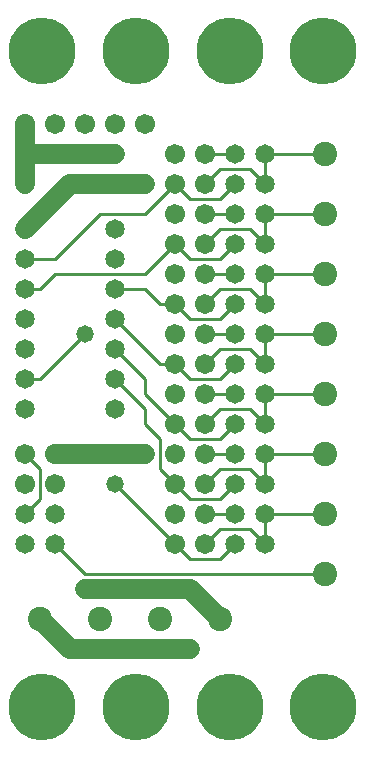
<source format=gbl>
%MOIN*%
%FSLAX25Y25*%
G04 D10 used for Character Trace; *
G04     Circle (OD=.01000) (No hole)*
G04 D11 used for Power Trace; *
G04     Circle (OD=.06700) (No hole)*
G04 D12 used for Signal Trace; *
G04     Circle (OD=.01100) (No hole)*
G04 D13 used for Via; *
G04     Circle (OD=.05800) (Round. Hole ID=.02800)*
G04 D14 used for Component hole; *
G04     Circle (OD=.06500) (Round. Hole ID=.03500)*
G04 D15 used for Component hole; *
G04     Circle (OD=.06700) (Round. Hole ID=.04300)*
G04 D16 used for Component hole; *
G04     Circle (OD=.08100) (Round. Hole ID=.05100)*
G04 D17 used for Component hole; *
G04     Circle (OD=.08900) (Round. Hole ID=.05900)*
G04 D18 used for Component hole; *
G04     Circle (OD=.11300) (Round. Hole ID=.08300)*
G04 D19 used for Component hole; *
G04     Circle (OD=.16000) (Round. Hole ID=.13000)*
G04 D20 used for Component hole; *
G04     Circle (OD=.18300) (Round. Hole ID=.15300)*
G04 D21 used for Component hole; *
G04     Circle (OD=.22291) (Round. Hole ID=.19291)*
%ADD10C,.01000*%
%ADD11C,.06700*%
%ADD12C,.01100*%
%ADD13C,.05800*%
%ADD14C,.06500*%
%ADD15C,.06700*%
%ADD16C,.08100*%
%ADD17C,.08900*%
%ADD18C,.11300*%
%ADD19C,.16000*%
%ADD20C,.18300*%
%ADD21C,.22291*%
%IPPOS*%
%LPD*%
G90*X0Y0D02*D21*X15625Y15625D03*D11*              
X25000Y35000D02*X65000D01*D13*D03*D16*            
X75000Y45000D03*D11*X65000Y55000D01*X30000D01*D13*
D03*D12*Y60000D02*X110000D01*D16*D03*D14*         
X90000Y80000D03*D12*Y70000D01*D14*D03*D12*        
X85000Y75000D01*X75000D01*X70000Y70000D01*D15*D03*
D12*X65000Y65000D02*X75000D01*X65000D02*          
X60000Y70000D01*D15*D03*D12*X40000Y90000D01*D13*  
D03*X50000Y100000D03*D11*X20000D01*D15*D03*D12*   
X15000Y85000D02*Y95000D01*X10000Y80000D02*        
X15000Y85000D01*D14*X10000Y80000D03*              
X20000Y70000D03*D12*X30000Y60000D01*D16*          
X15000Y45000D03*D11*X25000Y35000D01*D16*          
X35000Y45000D03*D21*X46875Y15625D03*D16*          
X55000Y45000D03*D14*X10000Y70000D03*D15*          
X70000Y80000D03*D12*X80000D01*D14*D03*D12*        
X65000Y85000D02*X75000D01*X65000D02*              
X60000Y90000D01*D15*D03*D12*X55000Y95000D01*      
Y105000D01*X50000Y110000D01*Y115000D01*           
X40000Y125000D01*D14*D03*D12*X60000Y110000D02*    
X50000Y120000D01*D15*X60000Y110000D03*D12*        
X65000Y105000D01*X75000D01*X80000Y110000D01*D14*  
D03*D12*X90000D02*X85000Y115000D01*D14*           
X90000Y110000D03*D12*Y120000D01*D14*D03*D12*      
X110000D01*D16*D03*D14*X90000Y140000D03*D12*      
Y130000D01*D14*D03*D12*X85000Y135000D01*X75000D01*
X70000Y130000D01*D15*D03*D12*X65000Y125000D02*    
X75000D01*X65000D02*X60000Y130000D01*D15*D03*D12* 
X55000D01*X40000Y145000D01*D14*D03*D12*           
X55000Y150000D02*X50000Y155000D01*                
X55000Y150000D02*X60000D01*D15*D03*D12*           
X65000Y145000D01*X75000D01*X80000Y150000D01*D14*  
D03*D12*X90000D02*X85000Y155000D01*D14*           
X90000Y150000D03*D12*Y160000D01*D14*D03*D12*      
X110000D01*D16*D03*D14*X90000Y180000D03*D12*      
Y170000D01*D14*D03*D12*X85000Y175000D01*X75000D01*
X70000Y170000D01*D15*D03*D12*X65000Y165000D02*    
X75000D01*X65000D02*X60000Y170000D01*D15*D03*D12* 
X50000Y160000D01*X20000D01*X15000Y155000D01*      
X10000D01*D14*D03*D12*Y165000D02*X20000D01*D14*   
X10000D03*D12*X20000D02*X35000Y180000D01*         
X50000D01*X60000Y190000D01*D15*D03*D12*           
X65000Y185000D01*X75000D01*X80000Y190000D01*D14*  
D03*D12*X90000D02*X85000Y195000D01*D14*           
X90000Y190000D03*D12*Y200000D01*D14*D03*D12*      
X110000D01*D16*D03*D12*X90000Y180000D02*          
X110000D01*D16*D03*D12*X75000Y155000D02*X85000D01*
X70000Y150000D02*X75000Y155000D01*D15*            
X70000Y150000D03*D14*X80000Y140000D03*D12*        
X70000D01*D15*D03*D14*X80000Y130000D03*D12*       
X75000Y125000D01*D14*X80000Y120000D03*D12*        
X70000D01*D15*D03*D12*Y110000D02*X75000Y115000D01*
D15*X70000Y110000D03*D12*X75000Y115000D02*        
X85000D01*D15*X70000Y100000D03*D12*X80000D01*D14* 
D03*D12*X90000Y90000D02*X85000Y95000D01*D14*      
X90000Y90000D03*D12*Y100000D01*D14*D03*D12*       
X110000D01*D16*D03*D12*X90000Y80000D02*X110000D01*
D16*D03*D12*X75000Y95000D02*X85000D01*            
X70000Y90000D02*X75000Y95000D01*D15*              
X70000Y90000D03*D12*X75000Y85000D02*              
X80000Y90000D01*D14*D03*D15*X60000Y100000D03*D14* 
X80000Y70000D03*D12*X75000Y65000D01*D15*          
X60000Y80000D03*D21*X78125Y15625D03*D14*          
X40000Y115000D03*D21*X109375Y15625D03*D15*        
X20000Y90000D03*D14*Y80000D03*D15*                
X60000Y120000D03*D12*X50000D02*Y125000D01*        
X40000Y135000D01*D14*D03*D13*X30000Y140000D03*D12*
X15000Y125000D01*X10000D01*D14*D03*Y135000D03*    
Y115000D03*Y145000D03*D15*Y100000D03*D12*         
X15000Y95000D01*D15*X10000Y90000D03*              
X60000Y140000D03*D12*X40000Y155000D02*X50000D01*  
D14*X40000D03*Y165000D03*Y175000D03*D15*          
X60000Y160000D03*Y180000D03*D14*X10000Y175000D03* 
D11*X25000Y190000D01*X30000D01*D14*D03*D11*       
X50000D01*D13*D03*D15*X60000Y200000D03*D13*       
X40000D03*D11*X10000D01*Y190000D01*D14*D03*D11*   
Y200000D02*Y210000D01*D15*D03*X20000D03*X30000D03*
D21*X15625Y234375D03*D15*X40000Y210000D03*D21*    
X46875Y234375D03*D15*X50000Y210000D03*            
X70000Y160000D03*D12*X80000D01*D14*D03*D12*       
X75000Y165000D02*X80000Y170000D01*D14*D03*D15*    
X70000Y180000D03*D12*X80000D01*D14*D03*D15*       
X70000Y190000D03*D12*X75000Y195000D01*X85000D01*  
D14*X80000Y200000D03*D12*X70000D01*D15*D03*D21*   
X78125Y234375D03*X109375D03*D12*X90000Y140000D02* 
X110000D01*D16*D03*M02*                           

</source>
